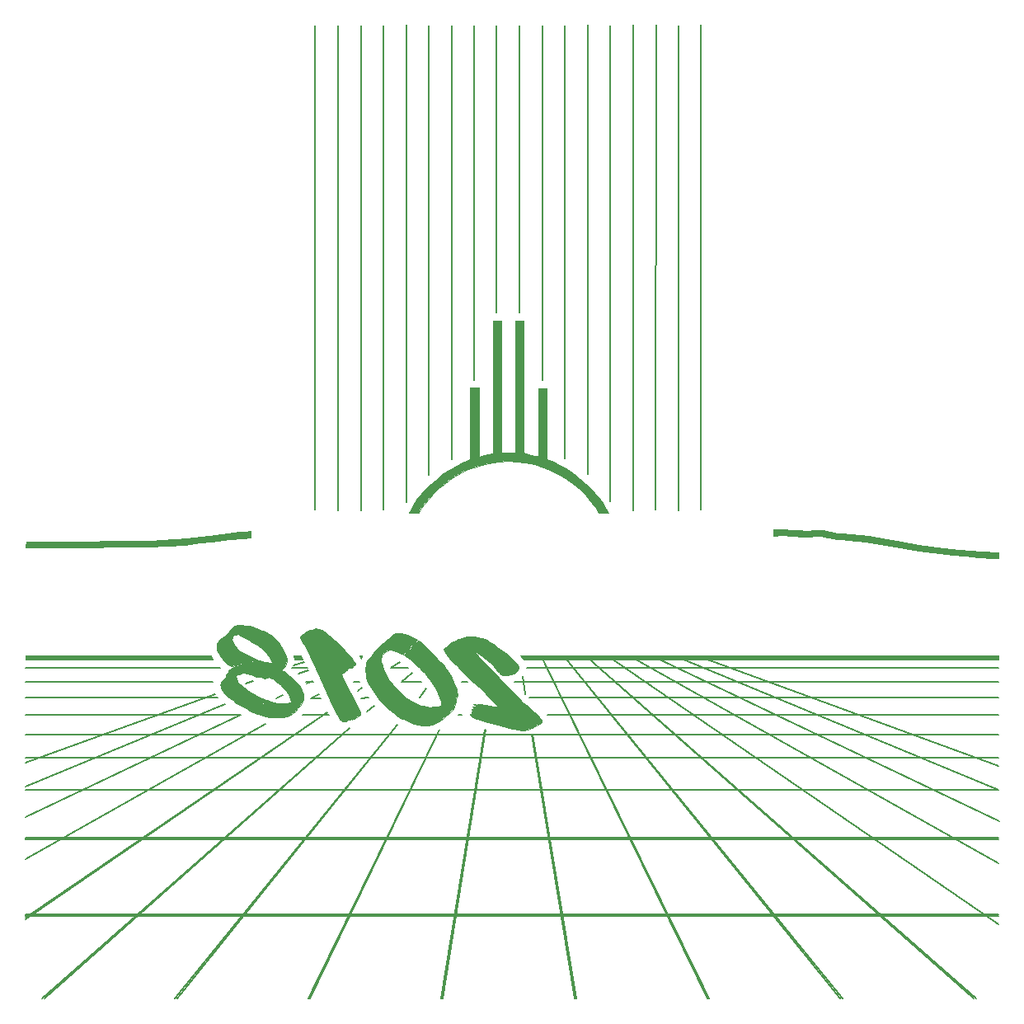
<source format=gbo>
G04 #@! TF.GenerationSoftware,KiCad,Pcbnew,(2017-12-24 revision 570866557)-makepkg*
G04 #@! TF.CreationDate,2017-12-27T22:40:15-07:00*
G04 #@! TF.ProjectId,KeyGridTest1,4B65794772696454657374312E6B6963,rev?*
G04 #@! TF.SameCoordinates,Original*
G04 #@! TF.FileFunction,Legend,Bot*
G04 #@! TF.FilePolarity,Positive*
%FSLAX46Y46*%
G04 Gerber Fmt 4.6, Leading zero omitted, Abs format (unit mm)*
G04 Created by KiCad (PCBNEW (2017-12-24 revision 570866557)-makepkg) date 12/27/17 22:40:15*
%MOMM*%
%LPD*%
G01*
G04 APERTURE LIST*
%ADD10C,0.200000*%
%ADD11C,0.100000*%
G04 APERTURE END LIST*
D10*
X125650000Y-43950000D02*
X125650000Y-93700000D01*
X128000000Y-93750000D02*
X128000000Y-43950000D01*
X130350000Y-43950000D02*
X130350000Y-93750000D01*
X132650000Y-93700000D02*
X132650000Y-43950000D01*
X135000000Y-43900000D02*
X135000000Y-92900000D01*
X137350000Y-90150000D02*
X137350000Y-43950000D01*
X139650000Y-43950000D02*
X139650000Y-88550000D01*
X142000000Y-80350000D02*
X142000000Y-43950000D01*
X144300000Y-43950000D02*
X144300000Y-73450000D01*
X146650000Y-73450000D02*
X146650000Y-43950000D01*
X149000000Y-43950000D02*
X149000000Y-80350000D01*
X151300000Y-88450000D02*
X151300000Y-43950000D01*
X153650000Y-43900000D02*
X153650000Y-90050000D01*
X155950000Y-92850000D02*
X155950000Y-43950000D01*
X158300000Y-43900000D02*
X158300000Y-93750000D01*
X160650000Y-43900000D02*
X160600000Y-93700000D01*
X162950000Y-93750000D02*
X162950000Y-43950000D01*
X165300000Y-43900000D02*
X165300000Y-93700000D01*
X147400000Y-109950000D02*
X195850000Y-109950000D01*
X195850000Y-114750000D02*
X149550000Y-114750000D01*
X147650000Y-113000000D02*
X195850000Y-113000000D01*
X146100000Y-111400000D02*
X195850000Y-111400000D01*
X147250000Y-112600000D02*
X146950000Y-110800000D01*
X140750000Y-111400000D02*
X141300000Y-111400000D01*
X140350000Y-114750000D02*
X140750000Y-114750000D01*
X133450000Y-109950000D02*
X134400000Y-109300000D01*
X133450000Y-109950000D02*
X135200000Y-109950000D01*
X134500000Y-111400000D02*
X135600000Y-110400000D01*
X134500000Y-111400000D02*
X136550000Y-111400000D01*
X136400000Y-112950000D02*
X137100000Y-112050000D01*
X129600000Y-111400000D02*
X130200000Y-111400000D01*
X130050000Y-112300000D02*
X130500000Y-112000000D01*
X130400000Y-113050000D02*
X131150000Y-113000000D01*
X131000000Y-114400000D02*
X131700000Y-113850000D01*
X124350000Y-114750000D02*
X127050000Y-114750000D01*
X125200000Y-113050000D02*
X126250000Y-113050000D01*
X125200000Y-113050000D02*
X126050000Y-112600000D01*
X124700000Y-111400000D02*
X125500000Y-111400000D01*
X123300000Y-109950000D02*
X124850000Y-109950000D01*
X124750000Y-111550000D02*
X125400000Y-111250000D01*
X123950000Y-110550000D02*
X124950000Y-110150000D01*
X123450000Y-109700000D02*
X124500000Y-109300000D01*
X121650000Y-113050000D02*
X122350000Y-112700000D01*
X118550000Y-111500000D02*
X119250000Y-111250000D01*
X95900000Y-119700000D02*
X115400000Y-112600000D01*
X95950000Y-122100000D02*
X116450000Y-113650000D01*
X95900000Y-125250000D02*
X118050000Y-114750000D01*
X95900000Y-129550000D02*
X120550000Y-115700000D01*
X126900000Y-114500000D02*
X95900000Y-135550000D01*
X95900000Y-135750000D02*
X126900000Y-114500000D01*
X129200000Y-116100000D02*
X97600000Y-143850000D01*
X97900000Y-143850000D02*
X129200000Y-116100000D01*
X134100000Y-115800000D02*
X111250000Y-143850000D01*
X111500000Y-143850000D02*
X134100000Y-115800000D01*
X138400000Y-116300000D02*
X124950000Y-143850000D01*
X125150000Y-143850000D02*
X138400000Y-116300000D01*
X143100000Y-116300000D02*
X138600000Y-143850000D01*
X143150000Y-116300000D02*
X143100000Y-116300000D01*
X138800000Y-143850000D02*
X143150000Y-116300000D01*
X147900000Y-116750000D02*
X152300000Y-143850000D01*
X148000000Y-116750000D02*
X147900000Y-116750000D01*
X152500000Y-143850000D02*
X148000000Y-116750000D01*
X148950000Y-108850000D02*
X165900000Y-143850000D01*
X166100000Y-143850000D02*
X148950000Y-108850000D01*
X151200000Y-108750000D02*
X179550000Y-143900000D01*
X179800000Y-143900000D02*
X151200000Y-108750000D01*
X153550000Y-108800000D02*
X193250000Y-143900000D01*
X193500000Y-143900000D02*
X153550000Y-108800000D01*
X195850000Y-120000000D02*
X165300000Y-108850000D01*
X195850000Y-122450000D02*
X162850000Y-108850000D01*
X195900000Y-125650000D02*
X160650000Y-108900000D01*
X195850000Y-130000000D02*
X158150000Y-108800000D01*
X195850000Y-136250000D02*
X155850000Y-108800000D01*
X95950000Y-135450000D02*
X195850000Y-135450000D01*
X95950000Y-135250000D02*
X95950000Y-135450000D01*
X195850000Y-135250000D02*
X95950000Y-135250000D01*
X95950000Y-127500000D02*
X195850000Y-127500000D01*
X95950000Y-127350000D02*
X95950000Y-127500000D01*
X195850000Y-127400000D02*
X95950000Y-127350000D01*
X95950000Y-122450000D02*
X195850000Y-122450000D01*
X195850000Y-119150000D02*
X95950000Y-119150000D01*
X95950000Y-116750000D02*
X195800000Y-116750000D01*
X95950000Y-114750000D02*
X118050000Y-114750000D01*
X95950000Y-113000000D02*
X115650000Y-113000000D01*
X95950000Y-111400000D02*
X115150000Y-111400000D01*
X95950000Y-109950000D02*
X115900000Y-109950000D01*
D11*
G36*
X118593796Y-105599656D02*
X118891780Y-105649320D01*
X118892929Y-105649497D01*
X119237541Y-105698727D01*
X119631359Y-105846409D01*
X119979811Y-105995746D01*
X120528463Y-106245133D01*
X120825512Y-106393658D01*
X121219932Y-106640170D01*
X121663984Y-107034883D01*
X121910767Y-107331022D01*
X122206735Y-107725647D01*
X122454357Y-108270415D01*
X122652547Y-108716342D01*
X122750000Y-109106155D01*
X122750000Y-109203027D01*
X121227230Y-109298200D01*
X120942875Y-108824275D01*
X120940000Y-108820000D01*
X120640000Y-108420000D01*
X120635355Y-108414645D01*
X120235355Y-108014645D01*
X120231662Y-108011302D01*
X119681662Y-107561302D01*
X119674807Y-107556588D01*
X119324807Y-107356588D01*
X119322361Y-107355279D01*
X119067082Y-107227639D01*
X119094721Y-107172361D01*
X119099874Y-107153544D01*
X119097434Y-107134189D01*
X119087773Y-107117240D01*
X119069696Y-107104043D01*
X118371047Y-106804622D01*
X117975149Y-106606673D01*
X117827735Y-106508397D01*
X117800000Y-106500000D01*
X117600000Y-106500000D01*
X117587873Y-106501493D01*
X117387873Y-106551493D01*
X117372265Y-106558397D01*
X117222265Y-106658397D01*
X117205279Y-106677639D01*
X117155279Y-106777639D01*
X117151493Y-106787873D01*
X117101493Y-106987873D01*
X117102566Y-107015811D01*
X117152566Y-107165811D01*
X117155279Y-107172361D01*
X117355279Y-107572361D01*
X117360000Y-107580000D01*
X117660000Y-107980000D01*
X117664645Y-107985355D01*
X117914645Y-108235355D01*
X117925193Y-108243412D01*
X118275193Y-108443412D01*
X118277639Y-108444721D01*
X119077639Y-108844721D01*
X119080304Y-108845957D01*
X119430304Y-108995957D01*
X119431430Y-108996424D01*
X119681430Y-109096424D01*
X119684189Y-109097434D01*
X119818796Y-109142303D01*
X117106023Y-109797110D01*
X116827551Y-109657874D01*
X116533749Y-109413039D01*
X115988859Y-108868149D01*
X115696406Y-108429470D01*
X115598796Y-108039029D01*
X115550826Y-107799181D01*
X115598084Y-107515635D01*
X115742352Y-107227098D01*
X115936106Y-106984907D01*
X116282309Y-106688161D01*
X116582009Y-106438411D01*
X116585355Y-106435355D01*
X116835355Y-106185355D01*
X116841603Y-106177735D01*
X116938859Y-106031851D01*
X117231851Y-105738859D01*
X117370530Y-105646406D01*
X117756155Y-105550000D01*
X117997924Y-105550000D01*
X118593796Y-105599656D01*
X118593796Y-105599656D01*
G37*
X118593796Y-105599656D02*
X118891780Y-105649320D01*
X118892929Y-105649497D01*
X119237541Y-105698727D01*
X119631359Y-105846409D01*
X119979811Y-105995746D01*
X120528463Y-106245133D01*
X120825512Y-106393658D01*
X121219932Y-106640170D01*
X121663984Y-107034883D01*
X121910767Y-107331022D01*
X122206735Y-107725647D01*
X122454357Y-108270415D01*
X122652547Y-108716342D01*
X122750000Y-109106155D01*
X122750000Y-109203027D01*
X121227230Y-109298200D01*
X120942875Y-108824275D01*
X120940000Y-108820000D01*
X120640000Y-108420000D01*
X120635355Y-108414645D01*
X120235355Y-108014645D01*
X120231662Y-108011302D01*
X119681662Y-107561302D01*
X119674807Y-107556588D01*
X119324807Y-107356588D01*
X119322361Y-107355279D01*
X119067082Y-107227639D01*
X119094721Y-107172361D01*
X119099874Y-107153544D01*
X119097434Y-107134189D01*
X119087773Y-107117240D01*
X119069696Y-107104043D01*
X118371047Y-106804622D01*
X117975149Y-106606673D01*
X117827735Y-106508397D01*
X117800000Y-106500000D01*
X117600000Y-106500000D01*
X117587873Y-106501493D01*
X117387873Y-106551493D01*
X117372265Y-106558397D01*
X117222265Y-106658397D01*
X117205279Y-106677639D01*
X117155279Y-106777639D01*
X117151493Y-106787873D01*
X117101493Y-106987873D01*
X117102566Y-107015811D01*
X117152566Y-107165811D01*
X117155279Y-107172361D01*
X117355279Y-107572361D01*
X117360000Y-107580000D01*
X117660000Y-107980000D01*
X117664645Y-107985355D01*
X117914645Y-108235355D01*
X117925193Y-108243412D01*
X118275193Y-108443412D01*
X118277639Y-108444721D01*
X119077639Y-108844721D01*
X119080304Y-108845957D01*
X119430304Y-108995957D01*
X119431430Y-108996424D01*
X119681430Y-109096424D01*
X119684189Y-109097434D01*
X119818796Y-109142303D01*
X117106023Y-109797110D01*
X116827551Y-109657874D01*
X116533749Y-109413039D01*
X115988859Y-108868149D01*
X115696406Y-108429470D01*
X115598796Y-108039029D01*
X115550826Y-107799181D01*
X115598084Y-107515635D01*
X115742352Y-107227098D01*
X115936106Y-106984907D01*
X116282309Y-106688161D01*
X116582009Y-106438411D01*
X116585355Y-106435355D01*
X116835355Y-106185355D01*
X116841603Y-106177735D01*
X116938859Y-106031851D01*
X117231851Y-105738859D01*
X117370530Y-105646406D01*
X117756155Y-105550000D01*
X117997924Y-105550000D01*
X118593796Y-105599656D01*
G36*
X120186264Y-109248076D02*
X120190194Y-109249029D01*
X120440194Y-109299029D01*
X120441780Y-109299320D01*
X120740994Y-109349189D01*
X120990194Y-109399029D01*
X121000000Y-109400000D01*
X121200000Y-109400000D01*
X121204667Y-109399782D01*
X122750000Y-109254907D01*
X122750000Y-109290370D01*
X122654346Y-109529505D01*
X122556141Y-109725915D01*
X122410290Y-109969000D01*
X122264645Y-110114645D01*
X122253806Y-110130866D01*
X122250000Y-110150000D01*
X122253806Y-110169134D01*
X122264645Y-110185355D01*
X122364645Y-110285355D01*
X122377639Y-110294721D01*
X122572902Y-110392352D01*
X122818375Y-110588731D01*
X123416251Y-111086961D01*
X123812685Y-111483395D01*
X124010465Y-111730620D01*
X124157296Y-111926394D01*
X124304346Y-112220495D01*
X124402317Y-112465422D01*
X124450000Y-112656155D01*
X124450000Y-113143845D01*
X124402824Y-113332549D01*
X124306141Y-113525915D01*
X124160290Y-113769000D01*
X123814645Y-114114645D01*
X123803806Y-114130866D01*
X123800000Y-114150000D01*
X123800000Y-114229290D01*
X123717160Y-114312130D01*
X123321116Y-114609163D01*
X123027834Y-114804684D01*
X122736636Y-114901750D01*
X122291793Y-115000604D01*
X121847232Y-115050000D01*
X121403114Y-115050000D01*
X121008539Y-115000678D01*
X120562621Y-114901585D01*
X120064367Y-114752109D01*
X120063736Y-114751924D01*
X119445442Y-114575268D01*
X120761418Y-113259292D01*
X121080304Y-113395957D01*
X121092929Y-113399497D01*
X121439546Y-113449014D01*
X121786264Y-113548076D01*
X121795848Y-113549827D01*
X122395848Y-113599827D01*
X122400000Y-113600000D01*
X122750000Y-113600000D01*
X122765811Y-113597434D01*
X123065811Y-113497434D01*
X123082760Y-113487773D01*
X123094721Y-113472361D01*
X123144721Y-113372361D01*
X123149874Y-113353544D01*
X123148507Y-113337873D01*
X123098796Y-113139029D01*
X123049029Y-112890194D01*
X123042875Y-112874275D01*
X122892875Y-112624275D01*
X122891603Y-112622265D01*
X122691603Y-112322265D01*
X122688411Y-112317991D01*
X122438411Y-112017991D01*
X122435355Y-112014645D01*
X122085355Y-111664645D01*
X122080000Y-111660000D01*
X121880000Y-111510000D01*
X121877735Y-111508397D01*
X121579953Y-111309876D01*
X121282009Y-111061589D01*
X121268570Y-111053576D01*
X121028097Y-110957387D01*
X120985355Y-110914645D01*
X120969134Y-110903806D01*
X120950000Y-110900000D01*
X120937873Y-110901493D01*
X120739029Y-110951204D01*
X120500000Y-110999010D01*
X120009806Y-110900971D01*
X120007071Y-110900503D01*
X119662459Y-110851273D01*
X119267556Y-110703184D01*
X119265811Y-110702566D01*
X118366327Y-110402738D01*
X117672106Y-110154802D01*
X117222201Y-109868499D01*
X119849687Y-109151911D01*
X120186264Y-109248076D01*
X120186264Y-109248076D01*
G37*
X120186264Y-109248076D02*
X120190194Y-109249029D01*
X120440194Y-109299029D01*
X120441780Y-109299320D01*
X120740994Y-109349189D01*
X120990194Y-109399029D01*
X121000000Y-109400000D01*
X121200000Y-109400000D01*
X121204667Y-109399782D01*
X122750000Y-109254907D01*
X122750000Y-109290370D01*
X122654346Y-109529505D01*
X122556141Y-109725915D01*
X122410290Y-109969000D01*
X122264645Y-110114645D01*
X122253806Y-110130866D01*
X122250000Y-110150000D01*
X122253806Y-110169134D01*
X122264645Y-110185355D01*
X122364645Y-110285355D01*
X122377639Y-110294721D01*
X122572902Y-110392352D01*
X122818375Y-110588731D01*
X123416251Y-111086961D01*
X123812685Y-111483395D01*
X124010465Y-111730620D01*
X124157296Y-111926394D01*
X124304346Y-112220495D01*
X124402317Y-112465422D01*
X124450000Y-112656155D01*
X124450000Y-113143845D01*
X124402824Y-113332549D01*
X124306141Y-113525915D01*
X124160290Y-113769000D01*
X123814645Y-114114645D01*
X123803806Y-114130866D01*
X123800000Y-114150000D01*
X123800000Y-114229290D01*
X123717160Y-114312130D01*
X123321116Y-114609163D01*
X123027834Y-114804684D01*
X122736636Y-114901750D01*
X122291793Y-115000604D01*
X121847232Y-115050000D01*
X121403114Y-115050000D01*
X121008539Y-115000678D01*
X120562621Y-114901585D01*
X120064367Y-114752109D01*
X120063736Y-114751924D01*
X119445442Y-114575268D01*
X120761418Y-113259292D01*
X121080304Y-113395957D01*
X121092929Y-113399497D01*
X121439546Y-113449014D01*
X121786264Y-113548076D01*
X121795848Y-113549827D01*
X122395848Y-113599827D01*
X122400000Y-113600000D01*
X122750000Y-113600000D01*
X122765811Y-113597434D01*
X123065811Y-113497434D01*
X123082760Y-113487773D01*
X123094721Y-113472361D01*
X123144721Y-113372361D01*
X123149874Y-113353544D01*
X123148507Y-113337873D01*
X123098796Y-113139029D01*
X123049029Y-112890194D01*
X123042875Y-112874275D01*
X122892875Y-112624275D01*
X122891603Y-112622265D01*
X122691603Y-112322265D01*
X122688411Y-112317991D01*
X122438411Y-112017991D01*
X122435355Y-112014645D01*
X122085355Y-111664645D01*
X122080000Y-111660000D01*
X121880000Y-111510000D01*
X121877735Y-111508397D01*
X121579953Y-111309876D01*
X121282009Y-111061589D01*
X121268570Y-111053576D01*
X121028097Y-110957387D01*
X120985355Y-110914645D01*
X120969134Y-110903806D01*
X120950000Y-110900000D01*
X120937873Y-110901493D01*
X120739029Y-110951204D01*
X120500000Y-110999010D01*
X120009806Y-110900971D01*
X120007071Y-110900503D01*
X119662459Y-110851273D01*
X119267556Y-110703184D01*
X119265811Y-110702566D01*
X118366327Y-110402738D01*
X117672106Y-110154802D01*
X117222201Y-109868499D01*
X119849687Y-109151911D01*
X120186264Y-109248076D01*
G36*
X118228052Y-110444927D02*
X118083800Y-110502628D01*
X117736264Y-110601924D01*
X117714645Y-110614645D01*
X117514645Y-110814645D01*
X117503806Y-110830866D01*
X117500000Y-110850000D01*
X117501493Y-110862127D01*
X117551493Y-111062127D01*
X117553576Y-111068570D01*
X117653576Y-111318570D01*
X117660000Y-111330000D01*
X117810000Y-111530000D01*
X117818765Y-111539043D01*
X118068765Y-111739043D01*
X118077639Y-111744721D01*
X118272902Y-111842352D01*
X118516605Y-112037315D01*
X118664645Y-112185355D01*
X118670938Y-112190687D01*
X119020938Y-112440687D01*
X119027639Y-112444721D01*
X119325915Y-112593859D01*
X119574275Y-112742875D01*
X119575193Y-112743412D01*
X119925193Y-112943412D01*
X119927639Y-112944721D01*
X120227639Y-113094721D01*
X120234189Y-113097434D01*
X120530817Y-113196310D01*
X120670361Y-113266082D01*
X119535333Y-114590281D01*
X119072290Y-114405064D01*
X118575725Y-114107125D01*
X118572361Y-114105279D01*
X118174488Y-113906343D01*
X117776500Y-113657600D01*
X117774807Y-113656588D01*
X117430619Y-113459909D01*
X117235355Y-113264645D01*
X117224807Y-113256588D01*
X116880619Y-113059909D01*
X116685355Y-112864645D01*
X116677735Y-112858397D01*
X116385360Y-112663480D01*
X116140687Y-112320938D01*
X116139043Y-112318765D01*
X115950000Y-112082461D01*
X115950000Y-111900000D01*
X115949029Y-111890194D01*
X115901633Y-111653214D01*
X115947434Y-111515811D01*
X115950000Y-111500000D01*
X115950000Y-111411803D01*
X115980902Y-111350000D01*
X116000000Y-111350000D01*
X116019134Y-111346194D01*
X116035355Y-111335355D01*
X116385355Y-110985355D01*
X116391603Y-110977735D01*
X116491603Y-110827735D01*
X116497434Y-110815811D01*
X116596310Y-110519183D01*
X116637268Y-110437268D01*
X116722361Y-110394721D01*
X116737773Y-110382760D01*
X116749029Y-110359806D01*
X116793339Y-110138258D01*
X116915811Y-110097434D01*
X116935355Y-110085355D01*
X117120710Y-109900000D01*
X117138197Y-109900000D01*
X118228052Y-110444927D01*
X118228052Y-110444927D01*
G37*
X118228052Y-110444927D02*
X118083800Y-110502628D01*
X117736264Y-110601924D01*
X117714645Y-110614645D01*
X117514645Y-110814645D01*
X117503806Y-110830866D01*
X117500000Y-110850000D01*
X117501493Y-110862127D01*
X117551493Y-111062127D01*
X117553576Y-111068570D01*
X117653576Y-111318570D01*
X117660000Y-111330000D01*
X117810000Y-111530000D01*
X117818765Y-111539043D01*
X118068765Y-111739043D01*
X118077639Y-111744721D01*
X118272902Y-111842352D01*
X118516605Y-112037315D01*
X118664645Y-112185355D01*
X118670938Y-112190687D01*
X119020938Y-112440687D01*
X119027639Y-112444721D01*
X119325915Y-112593859D01*
X119574275Y-112742875D01*
X119575193Y-112743412D01*
X119925193Y-112943412D01*
X119927639Y-112944721D01*
X120227639Y-113094721D01*
X120234189Y-113097434D01*
X120530817Y-113196310D01*
X120670361Y-113266082D01*
X119535333Y-114590281D01*
X119072290Y-114405064D01*
X118575725Y-114107125D01*
X118572361Y-114105279D01*
X118174488Y-113906343D01*
X117776500Y-113657600D01*
X117774807Y-113656588D01*
X117430619Y-113459909D01*
X117235355Y-113264645D01*
X117224807Y-113256588D01*
X116880619Y-113059909D01*
X116685355Y-112864645D01*
X116677735Y-112858397D01*
X116385360Y-112663480D01*
X116140687Y-112320938D01*
X116139043Y-112318765D01*
X115950000Y-112082461D01*
X115950000Y-111900000D01*
X115949029Y-111890194D01*
X115901633Y-111653214D01*
X115947434Y-111515811D01*
X115950000Y-111500000D01*
X115950000Y-111411803D01*
X115980902Y-111350000D01*
X116000000Y-111350000D01*
X116019134Y-111346194D01*
X116035355Y-111335355D01*
X116385355Y-110985355D01*
X116391603Y-110977735D01*
X116491603Y-110827735D01*
X116497434Y-110815811D01*
X116596310Y-110519183D01*
X116637268Y-110437268D01*
X116722361Y-110394721D01*
X116737773Y-110382760D01*
X116749029Y-110359806D01*
X116793339Y-110138258D01*
X116915811Y-110097434D01*
X116935355Y-110085355D01*
X117120710Y-109900000D01*
X117138197Y-109900000D01*
X118228052Y-110444927D01*
G36*
X125937873Y-105948507D02*
X125940194Y-105949029D01*
X126433629Y-106047716D01*
X126522449Y-106092126D01*
X126816251Y-106336961D01*
X127114645Y-106635355D01*
X127120000Y-106640000D01*
X127317160Y-106787870D01*
X127614645Y-107085355D01*
X127617460Y-107087963D01*
X127966011Y-107386721D01*
X129062130Y-108482840D01*
X129210000Y-108680000D01*
X129214645Y-108685355D01*
X129358907Y-108829617D01*
X129455279Y-109022361D01*
X129460000Y-109030000D01*
X129609163Y-109228884D01*
X129704684Y-109372166D01*
X129752566Y-109515811D01*
X129755279Y-109522361D01*
X129789162Y-109590128D01*
X129770383Y-109608907D01*
X129577639Y-109705279D01*
X129562227Y-109717240D01*
X129552566Y-109734189D01*
X129550000Y-109750000D01*
X129550000Y-109788197D01*
X129512732Y-109862732D01*
X129438197Y-109900000D01*
X129300000Y-109900000D01*
X129284189Y-109902566D01*
X129134189Y-109952566D01*
X129127639Y-109955279D01*
X129027639Y-110005279D01*
X129014645Y-110014645D01*
X128964645Y-110064645D01*
X128955279Y-110077639D01*
X128908907Y-110170383D01*
X128870383Y-110208907D01*
X128677639Y-110305279D01*
X128662227Y-110317240D01*
X128652566Y-110334189D01*
X128650000Y-110350000D01*
X128650000Y-110388197D01*
X128619099Y-110450000D01*
X128500000Y-110450000D01*
X128477639Y-110455279D01*
X128377639Y-110505279D01*
X128362227Y-110517240D01*
X128352566Y-110534189D01*
X128350126Y-110553544D01*
X128353576Y-110568570D01*
X128453576Y-110818570D01*
X128455279Y-110822361D01*
X129355279Y-112622361D01*
X129355811Y-112623394D01*
X129805532Y-113472867D01*
X130054346Y-113970495D01*
X130253034Y-114467215D01*
X130300000Y-114608113D01*
X130300000Y-114729290D01*
X130270383Y-114758907D01*
X130177639Y-114805279D01*
X130164645Y-114814645D01*
X130017160Y-114962130D01*
X129821116Y-115109163D01*
X129706370Y-115185660D01*
X129685355Y-115164645D01*
X129672361Y-115155279D01*
X129572361Y-115105279D01*
X129553544Y-115100126D01*
X129534189Y-115102566D01*
X129517240Y-115112227D01*
X129505279Y-115127639D01*
X129500000Y-115150000D01*
X129500000Y-115191887D01*
X129463962Y-115300000D01*
X129420710Y-115300000D01*
X129335355Y-115214645D01*
X129319134Y-115203806D01*
X129300000Y-115200000D01*
X129280866Y-115203806D01*
X129264645Y-115214645D01*
X129253806Y-115230866D01*
X129250000Y-115250000D01*
X129250000Y-115300000D01*
X129161803Y-115300000D01*
X129072361Y-115255279D01*
X129053544Y-115250126D01*
X129027639Y-115255279D01*
X128927639Y-115305279D01*
X128908397Y-115322265D01*
X128823240Y-115450000D01*
X128656155Y-115450000D01*
X128470530Y-115403594D01*
X128327735Y-115308397D01*
X128315811Y-115302566D01*
X128177009Y-115256299D01*
X128141921Y-115221211D01*
X127945691Y-114779693D01*
X127944721Y-114777639D01*
X127594993Y-114078183D01*
X127195533Y-113229331D01*
X126845808Y-112429959D01*
X126845309Y-112428856D01*
X125795309Y-110178856D01*
X125795076Y-110178363D01*
X125195028Y-108928263D01*
X124495028Y-107478263D01*
X124493895Y-107476057D01*
X124194315Y-106926827D01*
X124150000Y-106838197D01*
X124150000Y-106711803D01*
X124189810Y-106632183D01*
X124427098Y-106442352D01*
X124822361Y-106244721D01*
X124827735Y-106241603D01*
X125118806Y-106047556D01*
X125408220Y-105999320D01*
X125413736Y-105998076D01*
X125750862Y-105901754D01*
X125937873Y-105948507D01*
X125937873Y-105948507D01*
G37*
X125937873Y-105948507D02*
X125940194Y-105949029D01*
X126433629Y-106047716D01*
X126522449Y-106092126D01*
X126816251Y-106336961D01*
X127114645Y-106635355D01*
X127120000Y-106640000D01*
X127317160Y-106787870D01*
X127614645Y-107085355D01*
X127617460Y-107087963D01*
X127966011Y-107386721D01*
X129062130Y-108482840D01*
X129210000Y-108680000D01*
X129214645Y-108685355D01*
X129358907Y-108829617D01*
X129455279Y-109022361D01*
X129460000Y-109030000D01*
X129609163Y-109228884D01*
X129704684Y-109372166D01*
X129752566Y-109515811D01*
X129755279Y-109522361D01*
X129789162Y-109590128D01*
X129770383Y-109608907D01*
X129577639Y-109705279D01*
X129562227Y-109717240D01*
X129552566Y-109734189D01*
X129550000Y-109750000D01*
X129550000Y-109788197D01*
X129512732Y-109862732D01*
X129438197Y-109900000D01*
X129300000Y-109900000D01*
X129284189Y-109902566D01*
X129134189Y-109952566D01*
X129127639Y-109955279D01*
X129027639Y-110005279D01*
X129014645Y-110014645D01*
X128964645Y-110064645D01*
X128955279Y-110077639D01*
X128908907Y-110170383D01*
X128870383Y-110208907D01*
X128677639Y-110305279D01*
X128662227Y-110317240D01*
X128652566Y-110334189D01*
X128650000Y-110350000D01*
X128650000Y-110388197D01*
X128619099Y-110450000D01*
X128500000Y-110450000D01*
X128477639Y-110455279D01*
X128377639Y-110505279D01*
X128362227Y-110517240D01*
X128352566Y-110534189D01*
X128350126Y-110553544D01*
X128353576Y-110568570D01*
X128453576Y-110818570D01*
X128455279Y-110822361D01*
X129355279Y-112622361D01*
X129355811Y-112623394D01*
X129805532Y-113472867D01*
X130054346Y-113970495D01*
X130253034Y-114467215D01*
X130300000Y-114608113D01*
X130300000Y-114729290D01*
X130270383Y-114758907D01*
X130177639Y-114805279D01*
X130164645Y-114814645D01*
X130017160Y-114962130D01*
X129821116Y-115109163D01*
X129706370Y-115185660D01*
X129685355Y-115164645D01*
X129672361Y-115155279D01*
X129572361Y-115105279D01*
X129553544Y-115100126D01*
X129534189Y-115102566D01*
X129517240Y-115112227D01*
X129505279Y-115127639D01*
X129500000Y-115150000D01*
X129500000Y-115191887D01*
X129463962Y-115300000D01*
X129420710Y-115300000D01*
X129335355Y-115214645D01*
X129319134Y-115203806D01*
X129300000Y-115200000D01*
X129280866Y-115203806D01*
X129264645Y-115214645D01*
X129253806Y-115230866D01*
X129250000Y-115250000D01*
X129250000Y-115300000D01*
X129161803Y-115300000D01*
X129072361Y-115255279D01*
X129053544Y-115250126D01*
X129027639Y-115255279D01*
X128927639Y-115305279D01*
X128908397Y-115322265D01*
X128823240Y-115450000D01*
X128656155Y-115450000D01*
X128470530Y-115403594D01*
X128327735Y-115308397D01*
X128315811Y-115302566D01*
X128177009Y-115256299D01*
X128141921Y-115221211D01*
X127945691Y-114779693D01*
X127944721Y-114777639D01*
X127594993Y-114078183D01*
X127195533Y-113229331D01*
X126845808Y-112429959D01*
X126845309Y-112428856D01*
X125795309Y-110178856D01*
X125795076Y-110178363D01*
X125195028Y-108928263D01*
X124495028Y-107478263D01*
X124493895Y-107476057D01*
X124194315Y-106926827D01*
X124150000Y-106838197D01*
X124150000Y-106711803D01*
X124189810Y-106632183D01*
X124427098Y-106442352D01*
X124822361Y-106244721D01*
X124827735Y-106241603D01*
X125118806Y-106047556D01*
X125408220Y-105999320D01*
X125413736Y-105998076D01*
X125750862Y-105901754D01*
X125937873Y-105948507D01*
G36*
X134337873Y-106398507D02*
X134350000Y-106400000D01*
X134545049Y-106400000D01*
X134787144Y-106448419D01*
X135082785Y-106546966D01*
X135329505Y-106645654D01*
X135627639Y-106794721D01*
X135631430Y-106796424D01*
X135878210Y-106895136D01*
X136170216Y-107061997D01*
X134741123Y-108586364D01*
X134525725Y-108457125D01*
X134522361Y-108455279D01*
X134222361Y-108305279D01*
X134215811Y-108302566D01*
X133915811Y-108202566D01*
X133912127Y-108201493D01*
X133717451Y-108152824D01*
X133522361Y-108055279D01*
X133500000Y-108050000D01*
X133350000Y-108050000D01*
X133327639Y-108055279D01*
X132927639Y-108255279D01*
X132920000Y-108260000D01*
X132720000Y-108410000D01*
X132714645Y-108414645D01*
X132514645Y-108614645D01*
X132501493Y-108637873D01*
X132401493Y-109037873D01*
X132400971Y-109059806D01*
X132450971Y-109309806D01*
X132451493Y-109312127D01*
X132551493Y-109712127D01*
X132555279Y-109722361D01*
X132704107Y-110020016D01*
X132853184Y-110417556D01*
X132854043Y-110419696D01*
X133004043Y-110769696D01*
X133007125Y-110775725D01*
X133156141Y-111024085D01*
X133205279Y-111122361D01*
X133211831Y-111132297D01*
X133761699Y-111782141D01*
X134011589Y-112082009D01*
X134014645Y-112085355D01*
X134414645Y-112485355D01*
X134416552Y-112487165D01*
X134916552Y-112937165D01*
X134922265Y-112941603D01*
X135372265Y-113241603D01*
X135373500Y-113242400D01*
X135773500Y-113492400D01*
X135780304Y-113495957D01*
X136480304Y-113795957D01*
X136490194Y-113799029D01*
X136739029Y-113848796D01*
X137137873Y-113948507D01*
X137141780Y-113949320D01*
X137441780Y-113999320D01*
X137456202Y-113999614D01*
X137853114Y-113950000D01*
X138050000Y-113950000D01*
X138059806Y-113949029D01*
X138309806Y-113899029D01*
X138315811Y-113897434D01*
X138465811Y-113847434D01*
X138472361Y-113844721D01*
X138572361Y-113794721D01*
X138587773Y-113782760D01*
X138597434Y-113765811D01*
X138600000Y-113750000D01*
X138600000Y-113650000D01*
X138599320Y-113641780D01*
X138550000Y-113345860D01*
X138550000Y-113250000D01*
X138547434Y-113234189D01*
X138447434Y-112934189D01*
X138441603Y-112922265D01*
X138345316Y-112777834D01*
X138247434Y-112484189D01*
X138244721Y-112477639D01*
X138094721Y-112177639D01*
X138091603Y-112172265D01*
X137892263Y-111873255D01*
X137743859Y-111625915D01*
X137644721Y-111427639D01*
X137638411Y-111417991D01*
X137388411Y-111117991D01*
X137387629Y-111117075D01*
X137040575Y-110720442D01*
X136892875Y-110474275D01*
X136881235Y-110460957D01*
X136635178Y-110264111D01*
X136388411Y-109967991D01*
X136385355Y-109964645D01*
X136085355Y-109664645D01*
X136082540Y-109662037D01*
X135733989Y-109363279D01*
X135485355Y-109114645D01*
X135479062Y-109109313D01*
X135129524Y-108859643D01*
X134930000Y-108710000D01*
X134927735Y-108708397D01*
X134826845Y-108641137D01*
X136259473Y-107113001D01*
X136569381Y-107290091D01*
X137413606Y-108134316D01*
X137812630Y-108583218D01*
X137814645Y-108585355D01*
X138363708Y-109134418D01*
X138809914Y-109630203D01*
X139057600Y-110026500D01*
X139060000Y-110030000D01*
X139507296Y-110626394D01*
X139654622Y-110921047D01*
X139954043Y-111619696D01*
X139955279Y-111622361D01*
X140200835Y-112113473D01*
X140249308Y-112792099D01*
X140153576Y-113031430D01*
X140150000Y-113050000D01*
X140150000Y-113338197D01*
X140005279Y-113627639D01*
X140000971Y-113640194D01*
X139952562Y-113882238D01*
X139759909Y-114219381D01*
X138967423Y-115011867D01*
X138423935Y-115407131D01*
X138129505Y-115554346D01*
X137635691Y-115751872D01*
X137145049Y-115850000D01*
X136752495Y-115850000D01*
X136257407Y-115800491D01*
X135764910Y-115701992D01*
X135421047Y-115554622D01*
X134922361Y-115305279D01*
X134917087Y-115303010D01*
X134374355Y-115105653D01*
X133731401Y-114611073D01*
X133083883Y-114063173D01*
X132238059Y-113217349D01*
X131691420Y-112471932D01*
X131194767Y-111677287D01*
X130996966Y-111182785D01*
X130898859Y-110888465D01*
X130849564Y-110543398D01*
X130800260Y-110148962D01*
X130849251Y-109561062D01*
X130993013Y-109177697D01*
X131235355Y-108935355D01*
X131238411Y-108932009D01*
X131488411Y-108632009D01*
X131489468Y-108630697D01*
X131838368Y-108182112D01*
X132284997Y-107685857D01*
X132627868Y-107391967D01*
X132822361Y-107294721D01*
X132835355Y-107285355D01*
X133120710Y-107000000D01*
X133200000Y-107000000D01*
X133219134Y-106996194D01*
X133239043Y-106981235D01*
X133437315Y-106733395D01*
X133678097Y-106492613D01*
X133914309Y-106398128D01*
X134148781Y-106351234D01*
X134337873Y-106398507D01*
X134337873Y-106398507D01*
G37*
X134337873Y-106398507D02*
X134350000Y-106400000D01*
X134545049Y-106400000D01*
X134787144Y-106448419D01*
X135082785Y-106546966D01*
X135329505Y-106645654D01*
X135627639Y-106794721D01*
X135631430Y-106796424D01*
X135878210Y-106895136D01*
X136170216Y-107061997D01*
X134741123Y-108586364D01*
X134525725Y-108457125D01*
X134522361Y-108455279D01*
X134222361Y-108305279D01*
X134215811Y-108302566D01*
X133915811Y-108202566D01*
X133912127Y-108201493D01*
X133717451Y-108152824D01*
X133522361Y-108055279D01*
X133500000Y-108050000D01*
X133350000Y-108050000D01*
X133327639Y-108055279D01*
X132927639Y-108255279D01*
X132920000Y-108260000D01*
X132720000Y-108410000D01*
X132714645Y-108414645D01*
X132514645Y-108614645D01*
X132501493Y-108637873D01*
X132401493Y-109037873D01*
X132400971Y-109059806D01*
X132450971Y-109309806D01*
X132451493Y-109312127D01*
X132551493Y-109712127D01*
X132555279Y-109722361D01*
X132704107Y-110020016D01*
X132853184Y-110417556D01*
X132854043Y-110419696D01*
X133004043Y-110769696D01*
X133007125Y-110775725D01*
X133156141Y-111024085D01*
X133205279Y-111122361D01*
X133211831Y-111132297D01*
X133761699Y-111782141D01*
X134011589Y-112082009D01*
X134014645Y-112085355D01*
X134414645Y-112485355D01*
X134416552Y-112487165D01*
X134916552Y-112937165D01*
X134922265Y-112941603D01*
X135372265Y-113241603D01*
X135373500Y-113242400D01*
X135773500Y-113492400D01*
X135780304Y-113495957D01*
X136480304Y-113795957D01*
X136490194Y-113799029D01*
X136739029Y-113848796D01*
X137137873Y-113948507D01*
X137141780Y-113949320D01*
X137441780Y-113999320D01*
X137456202Y-113999614D01*
X137853114Y-113950000D01*
X138050000Y-113950000D01*
X138059806Y-113949029D01*
X138309806Y-113899029D01*
X138315811Y-113897434D01*
X138465811Y-113847434D01*
X138472361Y-113844721D01*
X138572361Y-113794721D01*
X138587773Y-113782760D01*
X138597434Y-113765811D01*
X138600000Y-113750000D01*
X138600000Y-113650000D01*
X138599320Y-113641780D01*
X138550000Y-113345860D01*
X138550000Y-113250000D01*
X138547434Y-113234189D01*
X138447434Y-112934189D01*
X138441603Y-112922265D01*
X138345316Y-112777834D01*
X138247434Y-112484189D01*
X138244721Y-112477639D01*
X138094721Y-112177639D01*
X138091603Y-112172265D01*
X137892263Y-111873255D01*
X137743859Y-111625915D01*
X137644721Y-111427639D01*
X137638411Y-111417991D01*
X137388411Y-111117991D01*
X137387629Y-111117075D01*
X137040575Y-110720442D01*
X136892875Y-110474275D01*
X136881235Y-110460957D01*
X136635178Y-110264111D01*
X136388411Y-109967991D01*
X136385355Y-109964645D01*
X136085355Y-109664645D01*
X136082540Y-109662037D01*
X135733989Y-109363279D01*
X135485355Y-109114645D01*
X135479062Y-109109313D01*
X135129524Y-108859643D01*
X134930000Y-108710000D01*
X134927735Y-108708397D01*
X134826845Y-108641137D01*
X136259473Y-107113001D01*
X136569381Y-107290091D01*
X137413606Y-108134316D01*
X137812630Y-108583218D01*
X137814645Y-108585355D01*
X138363708Y-109134418D01*
X138809914Y-109630203D01*
X139057600Y-110026500D01*
X139060000Y-110030000D01*
X139507296Y-110626394D01*
X139654622Y-110921047D01*
X139954043Y-111619696D01*
X139955279Y-111622361D01*
X140200835Y-112113473D01*
X140249308Y-112792099D01*
X140153576Y-113031430D01*
X140150000Y-113050000D01*
X140150000Y-113338197D01*
X140005279Y-113627639D01*
X140000971Y-113640194D01*
X139952562Y-113882238D01*
X139759909Y-114219381D01*
X138967423Y-115011867D01*
X138423935Y-115407131D01*
X138129505Y-115554346D01*
X137635691Y-115751872D01*
X137145049Y-115850000D01*
X136752495Y-115850000D01*
X136257407Y-115800491D01*
X135764910Y-115701992D01*
X135421047Y-115554622D01*
X134922361Y-115305279D01*
X134917087Y-115303010D01*
X134374355Y-115105653D01*
X133731401Y-114611073D01*
X133083883Y-114063173D01*
X132238059Y-113217349D01*
X131691420Y-112471932D01*
X131194767Y-111677287D01*
X130996966Y-111182785D01*
X130898859Y-110888465D01*
X130849564Y-110543398D01*
X130800260Y-110148962D01*
X130849251Y-109561062D01*
X130993013Y-109177697D01*
X131235355Y-108935355D01*
X131238411Y-108932009D01*
X131488411Y-108632009D01*
X131489468Y-108630697D01*
X131838368Y-108182112D01*
X132284997Y-107685857D01*
X132627868Y-107391967D01*
X132822361Y-107294721D01*
X132835355Y-107285355D01*
X133120710Y-107000000D01*
X133200000Y-107000000D01*
X133219134Y-106996194D01*
X133239043Y-106981235D01*
X133437315Y-106733395D01*
X133678097Y-106492613D01*
X133914309Y-106398128D01*
X134148781Y-106351234D01*
X134337873Y-106398507D01*
G36*
X142043421Y-106749577D02*
X142688968Y-106848891D01*
X143178477Y-106995744D01*
X143622265Y-107291603D01*
X143627639Y-107294721D01*
X144022132Y-107491967D01*
X144367460Y-107787963D01*
X144374275Y-107792875D01*
X144621687Y-107941322D01*
X145069303Y-108289468D01*
X145070000Y-108290000D01*
X145467160Y-108587870D01*
X145764645Y-108885355D01*
X145767075Y-108887629D01*
X146164111Y-109235036D01*
X146411589Y-109532009D01*
X146414645Y-109535355D01*
X146504852Y-109625562D01*
X146550000Y-109806155D01*
X146550000Y-109943845D01*
X146503594Y-110129470D01*
X146415762Y-110261218D01*
X146327639Y-110305279D01*
X146314645Y-110314645D01*
X146172992Y-110456299D01*
X146034189Y-110502566D01*
X146031430Y-110503576D01*
X145787408Y-110601185D01*
X145394118Y-110650346D01*
X144955393Y-110699093D01*
X144679819Y-110607235D01*
X144489043Y-110368765D01*
X144485355Y-110364645D01*
X144387315Y-110266605D01*
X144189043Y-110018765D01*
X144185355Y-110014645D01*
X143886961Y-109716251D01*
X143638411Y-109417991D01*
X143632925Y-109412371D01*
X143232925Y-109062371D01*
X143230000Y-109060000D01*
X142830620Y-108760465D01*
X142581235Y-108560957D01*
X142574807Y-108556588D01*
X142224807Y-108356588D01*
X142206306Y-108350399D01*
X142186844Y-108351762D01*
X142169386Y-108360468D01*
X142156588Y-108375193D01*
X142150399Y-108393694D01*
X142151762Y-108413156D01*
X142162630Y-108433218D01*
X142562630Y-108883218D01*
X142563360Y-108884023D01*
X143213360Y-109584023D01*
X143214645Y-109585355D01*
X144163868Y-110534578D01*
X144713142Y-111133786D01*
X144714645Y-111135355D01*
X145364152Y-111784862D01*
X146263702Y-112734387D01*
X146264645Y-112735355D01*
X147064645Y-113535355D01*
X147070000Y-113540000D01*
X147268692Y-113689019D01*
X147617299Y-113987825D01*
X148016971Y-114337538D01*
X148464241Y-114735111D01*
X148762037Y-115082540D01*
X148764645Y-115085355D01*
X148950000Y-115270710D01*
X148950000Y-115343845D01*
X148904852Y-115524438D01*
X148818149Y-115611141D01*
X148674851Y-115706673D01*
X147879984Y-116104106D01*
X147485731Y-116251952D01*
X147044513Y-116350000D01*
X146804140Y-116350000D01*
X146508526Y-116300731D01*
X145959723Y-116200949D01*
X145262725Y-116051592D01*
X144464914Y-115802276D01*
X144462883Y-115801688D01*
X143712883Y-115601688D01*
X143712127Y-115601493D01*
X143114886Y-115452183D01*
X142317556Y-115153184D01*
X142313736Y-115151924D01*
X141968204Y-115053201D01*
X141700000Y-114919099D01*
X141700000Y-114900000D01*
X141696194Y-114880866D01*
X141685355Y-114864645D01*
X141550000Y-114729290D01*
X141550000Y-114720710D01*
X141570710Y-114700000D01*
X141700000Y-114700000D01*
X141719134Y-114696194D01*
X141735355Y-114685355D01*
X141746194Y-114669134D01*
X141750000Y-114650000D01*
X141750000Y-114380902D01*
X141822361Y-114344721D01*
X141837773Y-114332760D01*
X141847434Y-114315811D01*
X141849874Y-114296456D01*
X141844721Y-114277639D01*
X141832760Y-114262227D01*
X141822361Y-114255279D01*
X141750000Y-114219099D01*
X141750000Y-114150000D01*
X141800000Y-114150000D01*
X141812127Y-114148507D01*
X142012127Y-114098507D01*
X142029767Y-114090174D01*
X142042875Y-114075725D01*
X142049455Y-114057359D01*
X142048507Y-114037873D01*
X142040174Y-114020233D01*
X142025725Y-114007125D01*
X142015811Y-114002566D01*
X141865811Y-113952566D01*
X141850000Y-113950000D01*
X141820710Y-113950000D01*
X141810838Y-113940128D01*
X141830902Y-113900000D01*
X141841887Y-113900000D01*
X141984189Y-113947434D01*
X142003544Y-113949874D01*
X142022361Y-113944721D01*
X142035355Y-113935355D01*
X142135355Y-113835355D01*
X142146194Y-113819134D01*
X142150000Y-113800000D01*
X142146194Y-113780866D01*
X142135355Y-113764645D01*
X142115811Y-113752566D01*
X141977009Y-113706299D01*
X141935355Y-113664645D01*
X141926528Y-113658747D01*
X141930902Y-113650000D01*
X142169098Y-113650000D01*
X142205279Y-113722361D01*
X142217240Y-113737773D01*
X142234189Y-113747434D01*
X142253544Y-113749874D01*
X142272361Y-113744721D01*
X142287773Y-113732760D01*
X142297434Y-113715811D01*
X142300000Y-113700000D01*
X142300000Y-113650000D01*
X142646886Y-113650000D01*
X143042433Y-113699443D01*
X143590094Y-113799018D01*
X144039153Y-113898809D01*
X144041780Y-113899320D01*
X144341780Y-113949320D01*
X144361280Y-113948711D01*
X144379062Y-113940687D01*
X144392420Y-113926468D01*
X144399320Y-113908220D01*
X144398711Y-113888720D01*
X144391603Y-113872265D01*
X144291603Y-113722265D01*
X144285355Y-113714645D01*
X142635355Y-112064645D01*
X142633448Y-112062835D01*
X141634418Y-111163708D01*
X141085355Y-110614645D01*
X141082925Y-110612371D01*
X140685077Y-110264254D01*
X140186997Y-109716366D01*
X140185355Y-109714645D01*
X139786961Y-109316251D01*
X139288411Y-108717991D01*
X139285355Y-108714645D01*
X139091093Y-108520383D01*
X138994721Y-108327639D01*
X138991603Y-108322265D01*
X138896406Y-108179470D01*
X138856289Y-108019000D01*
X139081235Y-107839043D01*
X139085355Y-107835355D01*
X139331327Y-107589383D01*
X139726500Y-107342400D01*
X139729062Y-107340687D01*
X140072946Y-107095056D01*
X140365811Y-106997434D01*
X140367556Y-106996816D01*
X140764269Y-106848048D01*
X141208539Y-106749322D01*
X141600346Y-106700346D01*
X142043421Y-106749577D01*
X142043421Y-106749577D01*
G37*
X142043421Y-106749577D02*
X142688968Y-106848891D01*
X143178477Y-106995744D01*
X143622265Y-107291603D01*
X143627639Y-107294721D01*
X144022132Y-107491967D01*
X144367460Y-107787963D01*
X144374275Y-107792875D01*
X144621687Y-107941322D01*
X145069303Y-108289468D01*
X145070000Y-108290000D01*
X145467160Y-108587870D01*
X145764645Y-108885355D01*
X145767075Y-108887629D01*
X146164111Y-109235036D01*
X146411589Y-109532009D01*
X146414645Y-109535355D01*
X146504852Y-109625562D01*
X146550000Y-109806155D01*
X146550000Y-109943845D01*
X146503594Y-110129470D01*
X146415762Y-110261218D01*
X146327639Y-110305279D01*
X146314645Y-110314645D01*
X146172992Y-110456299D01*
X146034189Y-110502566D01*
X146031430Y-110503576D01*
X145787408Y-110601185D01*
X145394118Y-110650346D01*
X144955393Y-110699093D01*
X144679819Y-110607235D01*
X144489043Y-110368765D01*
X144485355Y-110364645D01*
X144387315Y-110266605D01*
X144189043Y-110018765D01*
X144185355Y-110014645D01*
X143886961Y-109716251D01*
X143638411Y-109417991D01*
X143632925Y-109412371D01*
X143232925Y-109062371D01*
X143230000Y-109060000D01*
X142830620Y-108760465D01*
X142581235Y-108560957D01*
X142574807Y-108556588D01*
X142224807Y-108356588D01*
X142206306Y-108350399D01*
X142186844Y-108351762D01*
X142169386Y-108360468D01*
X142156588Y-108375193D01*
X142150399Y-108393694D01*
X142151762Y-108413156D01*
X142162630Y-108433218D01*
X142562630Y-108883218D01*
X142563360Y-108884023D01*
X143213360Y-109584023D01*
X143214645Y-109585355D01*
X144163868Y-110534578D01*
X144713142Y-111133786D01*
X144714645Y-111135355D01*
X145364152Y-111784862D01*
X146263702Y-112734387D01*
X146264645Y-112735355D01*
X147064645Y-113535355D01*
X147070000Y-113540000D01*
X147268692Y-113689019D01*
X147617299Y-113987825D01*
X148016971Y-114337538D01*
X148464241Y-114735111D01*
X148762037Y-115082540D01*
X148764645Y-115085355D01*
X148950000Y-115270710D01*
X148950000Y-115343845D01*
X148904852Y-115524438D01*
X148818149Y-115611141D01*
X148674851Y-115706673D01*
X147879984Y-116104106D01*
X147485731Y-116251952D01*
X147044513Y-116350000D01*
X146804140Y-116350000D01*
X146508526Y-116300731D01*
X145959723Y-116200949D01*
X145262725Y-116051592D01*
X144464914Y-115802276D01*
X144462883Y-115801688D01*
X143712883Y-115601688D01*
X143712127Y-115601493D01*
X143114886Y-115452183D01*
X142317556Y-115153184D01*
X142313736Y-115151924D01*
X141968204Y-115053201D01*
X141700000Y-114919099D01*
X141700000Y-114900000D01*
X141696194Y-114880866D01*
X141685355Y-114864645D01*
X141550000Y-114729290D01*
X141550000Y-114720710D01*
X141570710Y-114700000D01*
X141700000Y-114700000D01*
X141719134Y-114696194D01*
X141735355Y-114685355D01*
X141746194Y-114669134D01*
X141750000Y-114650000D01*
X141750000Y-114380902D01*
X141822361Y-114344721D01*
X141837773Y-114332760D01*
X141847434Y-114315811D01*
X141849874Y-114296456D01*
X141844721Y-114277639D01*
X141832760Y-114262227D01*
X141822361Y-114255279D01*
X141750000Y-114219099D01*
X141750000Y-114150000D01*
X141800000Y-114150000D01*
X141812127Y-114148507D01*
X142012127Y-114098507D01*
X142029767Y-114090174D01*
X142042875Y-114075725D01*
X142049455Y-114057359D01*
X142048507Y-114037873D01*
X142040174Y-114020233D01*
X142025725Y-114007125D01*
X142015811Y-114002566D01*
X141865811Y-113952566D01*
X141850000Y-113950000D01*
X141820710Y-113950000D01*
X141810838Y-113940128D01*
X141830902Y-113900000D01*
X141841887Y-113900000D01*
X141984189Y-113947434D01*
X142003544Y-113949874D01*
X142022361Y-113944721D01*
X142035355Y-113935355D01*
X142135355Y-113835355D01*
X142146194Y-113819134D01*
X142150000Y-113800000D01*
X142146194Y-113780866D01*
X142135355Y-113764645D01*
X142115811Y-113752566D01*
X141977009Y-113706299D01*
X141935355Y-113664645D01*
X141926528Y-113658747D01*
X141930902Y-113650000D01*
X142169098Y-113650000D01*
X142205279Y-113722361D01*
X142217240Y-113737773D01*
X142234189Y-113747434D01*
X142253544Y-113749874D01*
X142272361Y-113744721D01*
X142287773Y-113732760D01*
X142297434Y-113715811D01*
X142300000Y-113700000D01*
X142300000Y-113650000D01*
X142646886Y-113650000D01*
X143042433Y-113699443D01*
X143590094Y-113799018D01*
X144039153Y-113898809D01*
X144041780Y-113899320D01*
X144341780Y-113949320D01*
X144361280Y-113948711D01*
X144379062Y-113940687D01*
X144392420Y-113926468D01*
X144399320Y-113908220D01*
X144398711Y-113888720D01*
X144391603Y-113872265D01*
X144291603Y-113722265D01*
X144285355Y-113714645D01*
X142635355Y-112064645D01*
X142633448Y-112062835D01*
X141634418Y-111163708D01*
X141085355Y-110614645D01*
X141082925Y-110612371D01*
X140685077Y-110264254D01*
X140186997Y-109716366D01*
X140185355Y-109714645D01*
X139786961Y-109316251D01*
X139288411Y-108717991D01*
X139285355Y-108714645D01*
X139091093Y-108520383D01*
X138994721Y-108327639D01*
X138991603Y-108322265D01*
X138896406Y-108179470D01*
X138856289Y-108019000D01*
X139081235Y-107839043D01*
X139085355Y-107835355D01*
X139331327Y-107589383D01*
X139726500Y-107342400D01*
X139729062Y-107340687D01*
X140072946Y-107095056D01*
X140365811Y-106997434D01*
X140367556Y-106996816D01*
X140764269Y-106848048D01*
X141208539Y-106749322D01*
X141600346Y-106700346D01*
X142043421Y-106749577D01*
G36*
X119000000Y-96553223D02*
X118296674Y-96600111D01*
X118294855Y-96600265D01*
X116844855Y-96750265D01*
X116844323Y-96750323D01*
X115094323Y-96950323D01*
X113744478Y-97100306D01*
X113743168Y-97100469D01*
X112295226Y-97300185D01*
X110447372Y-97400069D01*
X108548683Y-97500000D01*
X104150000Y-97500000D01*
X104144478Y-97500306D01*
X103695461Y-97550197D01*
X102998216Y-97600000D01*
X95953699Y-97600000D01*
X95996556Y-97000000D01*
X102600000Y-97000000D01*
X102604527Y-96999795D01*
X103153823Y-96949859D01*
X103953119Y-96899903D01*
X103954527Y-96899795D01*
X104502272Y-96850000D01*
X108800000Y-96850000D01*
X108802378Y-96849943D01*
X109852049Y-96799959D01*
X111201851Y-96749966D01*
X111203835Y-96749853D01*
X112503835Y-96649853D01*
X112507071Y-96649497D01*
X113205926Y-96549661D01*
X114754816Y-96399768D01*
X114757603Y-96399419D01*
X116056437Y-96199598D01*
X117954694Y-95999782D01*
X118554152Y-95949827D01*
X118554975Y-95949752D01*
X119000000Y-95905250D01*
X119000000Y-96553223D01*
X119000000Y-96553223D01*
G37*
X119000000Y-96553223D02*
X118296674Y-96600111D01*
X118294855Y-96600265D01*
X116844855Y-96750265D01*
X116844323Y-96750323D01*
X115094323Y-96950323D01*
X113744478Y-97100306D01*
X113743168Y-97100469D01*
X112295226Y-97300185D01*
X110447372Y-97400069D01*
X108548683Y-97500000D01*
X104150000Y-97500000D01*
X104144478Y-97500306D01*
X103695461Y-97550197D01*
X102998216Y-97600000D01*
X95953699Y-97600000D01*
X95996556Y-97000000D01*
X102600000Y-97000000D01*
X102604527Y-96999795D01*
X103153823Y-96949859D01*
X103953119Y-96899903D01*
X103954527Y-96899795D01*
X104502272Y-96850000D01*
X108800000Y-96850000D01*
X108802378Y-96849943D01*
X109852049Y-96799959D01*
X111201851Y-96749966D01*
X111203835Y-96749853D01*
X112503835Y-96649853D01*
X112507071Y-96649497D01*
X113205926Y-96549661D01*
X114754816Y-96399768D01*
X114757603Y-96399419D01*
X116056437Y-96199598D01*
X117954694Y-95999782D01*
X118554152Y-95949827D01*
X118554975Y-95949752D01*
X119000000Y-95905250D01*
X119000000Y-96553223D01*
G36*
X174596256Y-95749860D02*
X175245333Y-95799789D01*
X176144478Y-95899694D01*
X176158220Y-95899320D01*
X176458220Y-95849320D01*
X176465811Y-95847434D01*
X176758113Y-95750000D01*
X177247728Y-95750000D01*
X177792817Y-95799554D01*
X178539459Y-95948882D01*
X179188757Y-96098720D01*
X179195848Y-96099827D01*
X179795848Y-96149827D01*
X179797064Y-96149914D01*
X180646046Y-96199854D01*
X181644572Y-96299707D01*
X182492968Y-96399518D01*
X184291780Y-96699320D01*
X184292038Y-96699362D01*
X185841113Y-96949213D01*
X187590194Y-97299029D01*
X187593304Y-97299550D01*
X189443304Y-97549550D01*
X189444711Y-97549719D01*
X191794711Y-97799719D01*
X191795848Y-97799827D01*
X192995848Y-97899827D01*
X192997622Y-97899943D01*
X194047370Y-97949931D01*
X195800000Y-98047299D01*
X195800000Y-98650000D01*
X195301607Y-98650000D01*
X193753436Y-98550118D01*
X192353828Y-98450146D01*
X191154938Y-98350239D01*
X189856173Y-98200381D01*
X187607705Y-97900585D01*
X186208790Y-97650779D01*
X186208220Y-97650680D01*
X184708782Y-97400774D01*
X183659356Y-97200883D01*
X183658220Y-97200680D01*
X182158220Y-96950680D01*
X182152936Y-96950086D01*
X181304075Y-96900153D01*
X180355234Y-96800275D01*
X180353835Y-96800147D01*
X179704398Y-96750190D01*
X179207110Y-96700462D01*
X178409486Y-96550907D01*
X177909806Y-96450971D01*
X177908220Y-96450680D01*
X177609006Y-96400811D01*
X177359806Y-96350971D01*
X177350000Y-96350000D01*
X177050000Y-96350000D01*
X177037873Y-96351493D01*
X176839029Y-96401204D01*
X176590194Y-96450971D01*
X176587873Y-96451493D01*
X176393845Y-96500000D01*
X175852076Y-96500000D01*
X174654590Y-96400210D01*
X173654975Y-96300248D01*
X173647503Y-96300062D01*
X172700000Y-96347437D01*
X172700000Y-95700000D01*
X173898216Y-95700000D01*
X174596256Y-95749860D01*
X174596256Y-95749860D01*
G37*
X174596256Y-95749860D02*
X175245333Y-95799789D01*
X176144478Y-95899694D01*
X176158220Y-95899320D01*
X176458220Y-95849320D01*
X176465811Y-95847434D01*
X176758113Y-95750000D01*
X177247728Y-95750000D01*
X177792817Y-95799554D01*
X178539459Y-95948882D01*
X179188757Y-96098720D01*
X179195848Y-96099827D01*
X179795848Y-96149827D01*
X179797064Y-96149914D01*
X180646046Y-96199854D01*
X181644572Y-96299707D01*
X182492968Y-96399518D01*
X184291780Y-96699320D01*
X184292038Y-96699362D01*
X185841113Y-96949213D01*
X187590194Y-97299029D01*
X187593304Y-97299550D01*
X189443304Y-97549550D01*
X189444711Y-97549719D01*
X191794711Y-97799719D01*
X191795848Y-97799827D01*
X192995848Y-97899827D01*
X192997622Y-97899943D01*
X194047370Y-97949931D01*
X195800000Y-98047299D01*
X195800000Y-98650000D01*
X195301607Y-98650000D01*
X193753436Y-98550118D01*
X192353828Y-98450146D01*
X191154938Y-98350239D01*
X189856173Y-98200381D01*
X187607705Y-97900585D01*
X186208790Y-97650779D01*
X186208220Y-97650680D01*
X184708782Y-97400774D01*
X183659356Y-97200883D01*
X183658220Y-97200680D01*
X182158220Y-96950680D01*
X182152936Y-96950086D01*
X181304075Y-96900153D01*
X180355234Y-96800275D01*
X180353835Y-96800147D01*
X179704398Y-96750190D01*
X179207110Y-96700462D01*
X178409486Y-96550907D01*
X177909806Y-96450971D01*
X177908220Y-96450680D01*
X177609006Y-96400811D01*
X177359806Y-96350971D01*
X177350000Y-96350000D01*
X177050000Y-96350000D01*
X177037873Y-96351493D01*
X176839029Y-96401204D01*
X176590194Y-96450971D01*
X176587873Y-96451493D01*
X176393845Y-96500000D01*
X175852076Y-96500000D01*
X174654590Y-96400210D01*
X173654975Y-96300248D01*
X173647503Y-96300062D01*
X172700000Y-96347437D01*
X172700000Y-95700000D01*
X173898216Y-95700000D01*
X174596256Y-95749860D01*
G36*
X195800000Y-109050000D02*
X147072453Y-109050000D01*
X146761342Y-108700000D01*
X195800000Y-108700000D01*
X195800000Y-109050000D01*
X195800000Y-109050000D01*
G37*
X195800000Y-109050000D02*
X147072453Y-109050000D01*
X146761342Y-108700000D01*
X195800000Y-108700000D01*
X195800000Y-109050000D01*
G36*
X115165024Y-109050000D02*
X95950000Y-109050000D01*
X95950000Y-108700000D01*
X114970580Y-108700000D01*
X115165024Y-109050000D01*
X115165024Y-109050000D01*
G37*
X115165024Y-109050000D02*
X95950000Y-109050000D01*
X95950000Y-108700000D01*
X114970580Y-108700000D01*
X115165024Y-109050000D01*
G36*
X124373061Y-109050000D02*
X123540108Y-109050000D01*
X123462331Y-108700000D01*
X124217506Y-108700000D01*
X124373061Y-109050000D01*
X124373061Y-109050000D01*
G37*
X124373061Y-109050000D02*
X123540108Y-109050000D01*
X123462331Y-108700000D01*
X124217506Y-108700000D01*
X124373061Y-109050000D01*
G36*
X130338509Y-108976360D02*
X130184976Y-108700000D01*
X130430629Y-108700000D01*
X130338509Y-108976360D01*
X130338509Y-108976360D01*
G37*
X130338509Y-108976360D02*
X130184976Y-108700000D01*
X130430629Y-108700000D01*
X130338509Y-108976360D01*
G36*
X144750000Y-87800000D02*
X144753806Y-87819134D01*
X144764645Y-87835355D01*
X144780866Y-87846194D01*
X144800000Y-87850000D01*
X146150000Y-87850000D01*
X146169134Y-87846194D01*
X146185355Y-87835355D01*
X146196194Y-87819134D01*
X146200000Y-87800000D01*
X146200000Y-74300000D01*
X147100000Y-74300000D01*
X147100000Y-87850000D01*
X147103806Y-87869134D01*
X147114645Y-87885355D01*
X147134189Y-87897434D01*
X147284189Y-87947434D01*
X147291056Y-87949193D01*
X147838629Y-88048752D01*
X148186264Y-88148076D01*
X148191780Y-88149320D01*
X148491780Y-88199320D01*
X148511280Y-88198711D01*
X148529062Y-88190687D01*
X148542420Y-88176468D01*
X148550000Y-88150000D01*
X148550000Y-81200000D01*
X149400000Y-81200000D01*
X149400000Y-88450000D01*
X149403806Y-88469134D01*
X149414645Y-88485355D01*
X149431430Y-88496424D01*
X150178210Y-88795136D01*
X150525193Y-88993412D01*
X150527639Y-88994721D01*
X151125409Y-89293606D01*
X152071052Y-89890854D01*
X153267477Y-90838024D01*
X153913451Y-91434307D01*
X154561194Y-92231530D01*
X154561589Y-92232009D01*
X155058863Y-92828737D01*
X155606652Y-93774919D01*
X155763841Y-94050000D01*
X154780901Y-94050000D01*
X154694721Y-93877639D01*
X154691603Y-93872265D01*
X154391603Y-93422265D01*
X154390000Y-93420000D01*
X153940000Y-92820000D01*
X153938169Y-92817703D01*
X153388169Y-92167703D01*
X153385355Y-92164645D01*
X152785355Y-91564645D01*
X152782540Y-91562037D01*
X152082540Y-90962037D01*
X152080000Y-90960000D01*
X151480000Y-90510000D01*
X151475351Y-90506903D01*
X150625351Y-90006903D01*
X150620953Y-90004602D01*
X149970953Y-89704602D01*
X149969037Y-89703766D01*
X149119037Y-89353766D01*
X149115057Y-89352321D01*
X148165057Y-89052321D01*
X148160847Y-89051191D01*
X147260847Y-88851191D01*
X147255842Y-88850342D01*
X146405842Y-88750342D01*
X146402628Y-88750069D01*
X145452628Y-88700069D01*
X145447503Y-88700062D01*
X144447503Y-88750062D01*
X144440194Y-88750971D01*
X143440194Y-88950971D01*
X143439699Y-88951073D01*
X142489699Y-89151073D01*
X142482913Y-89153010D01*
X141382913Y-89553010D01*
X141379310Y-89554482D01*
X140829310Y-89804482D01*
X140826471Y-89805882D01*
X140076471Y-90205882D01*
X140072265Y-90208397D01*
X139472265Y-90608397D01*
X139470591Y-90609563D01*
X138920591Y-91009563D01*
X138918338Y-91011302D01*
X138368338Y-91461302D01*
X138366366Y-91463003D01*
X137816366Y-91963003D01*
X137813260Y-91966086D01*
X137213260Y-92616086D01*
X137209038Y-92621327D01*
X136509038Y-93621327D01*
X136507600Y-93623500D01*
X136272288Y-94000000D01*
X135286159Y-94000000D01*
X135443412Y-93724807D01*
X135443708Y-93724282D01*
X135692723Y-93276055D01*
X136090837Y-92678884D01*
X136538756Y-92081659D01*
X136936394Y-91634316D01*
X137533149Y-91037561D01*
X137980697Y-90689468D01*
X137983218Y-90687370D01*
X138431983Y-90288468D01*
X138878837Y-89940915D01*
X139425696Y-89592914D01*
X140223457Y-89144173D01*
X140621333Y-88945235D01*
X141520307Y-88545691D01*
X141536246Y-88534441D01*
X141546667Y-88517949D01*
X141550000Y-88500000D01*
X141550000Y-81150000D01*
X142450000Y-81150000D01*
X142450000Y-88200000D01*
X142453806Y-88219134D01*
X142464645Y-88235355D01*
X142480866Y-88246194D01*
X142500000Y-88250000D01*
X142512127Y-88248507D01*
X143110971Y-88098796D01*
X143859806Y-87949029D01*
X143877822Y-87941544D01*
X143891603Y-87927735D01*
X143900000Y-87900000D01*
X143900000Y-74300000D01*
X144750000Y-74300000D01*
X144750000Y-87800000D01*
X144750000Y-87800000D01*
G37*
X144750000Y-87800000D02*
X144753806Y-87819134D01*
X144764645Y-87835355D01*
X144780866Y-87846194D01*
X144800000Y-87850000D01*
X146150000Y-87850000D01*
X146169134Y-87846194D01*
X146185355Y-87835355D01*
X146196194Y-87819134D01*
X146200000Y-87800000D01*
X146200000Y-74300000D01*
X147100000Y-74300000D01*
X147100000Y-87850000D01*
X147103806Y-87869134D01*
X147114645Y-87885355D01*
X147134189Y-87897434D01*
X147284189Y-87947434D01*
X147291056Y-87949193D01*
X147838629Y-88048752D01*
X148186264Y-88148076D01*
X148191780Y-88149320D01*
X148491780Y-88199320D01*
X148511280Y-88198711D01*
X148529062Y-88190687D01*
X148542420Y-88176468D01*
X148550000Y-88150000D01*
X148550000Y-81200000D01*
X149400000Y-81200000D01*
X149400000Y-88450000D01*
X149403806Y-88469134D01*
X149414645Y-88485355D01*
X149431430Y-88496424D01*
X150178210Y-88795136D01*
X150525193Y-88993412D01*
X150527639Y-88994721D01*
X151125409Y-89293606D01*
X152071052Y-89890854D01*
X153267477Y-90838024D01*
X153913451Y-91434307D01*
X154561194Y-92231530D01*
X154561589Y-92232009D01*
X155058863Y-92828737D01*
X155606652Y-93774919D01*
X155763841Y-94050000D01*
X154780901Y-94050000D01*
X154694721Y-93877639D01*
X154691603Y-93872265D01*
X154391603Y-93422265D01*
X154390000Y-93420000D01*
X153940000Y-92820000D01*
X153938169Y-92817703D01*
X153388169Y-92167703D01*
X153385355Y-92164645D01*
X152785355Y-91564645D01*
X152782540Y-91562037D01*
X152082540Y-90962037D01*
X152080000Y-90960000D01*
X151480000Y-90510000D01*
X151475351Y-90506903D01*
X150625351Y-90006903D01*
X150620953Y-90004602D01*
X149970953Y-89704602D01*
X149969037Y-89703766D01*
X149119037Y-89353766D01*
X149115057Y-89352321D01*
X148165057Y-89052321D01*
X148160847Y-89051191D01*
X147260847Y-88851191D01*
X147255842Y-88850342D01*
X146405842Y-88750342D01*
X146402628Y-88750069D01*
X145452628Y-88700069D01*
X145447503Y-88700062D01*
X144447503Y-88750062D01*
X144440194Y-88750971D01*
X143440194Y-88950971D01*
X143439699Y-88951073D01*
X142489699Y-89151073D01*
X142482913Y-89153010D01*
X141382913Y-89553010D01*
X141379310Y-89554482D01*
X140829310Y-89804482D01*
X140826471Y-89805882D01*
X140076471Y-90205882D01*
X140072265Y-90208397D01*
X139472265Y-90608397D01*
X139470591Y-90609563D01*
X138920591Y-91009563D01*
X138918338Y-91011302D01*
X138368338Y-91461302D01*
X138366366Y-91463003D01*
X137816366Y-91963003D01*
X137813260Y-91966086D01*
X137213260Y-92616086D01*
X137209038Y-92621327D01*
X136509038Y-93621327D01*
X136507600Y-93623500D01*
X136272288Y-94000000D01*
X135286159Y-94000000D01*
X135443412Y-93724807D01*
X135443708Y-93724282D01*
X135692723Y-93276055D01*
X136090837Y-92678884D01*
X136538756Y-92081659D01*
X136936394Y-91634316D01*
X137533149Y-91037561D01*
X137980697Y-90689468D01*
X137983218Y-90687370D01*
X138431983Y-90288468D01*
X138878837Y-89940915D01*
X139425696Y-89592914D01*
X140223457Y-89144173D01*
X140621333Y-88945235D01*
X141520307Y-88545691D01*
X141536246Y-88534441D01*
X141546667Y-88517949D01*
X141550000Y-88500000D01*
X141550000Y-81150000D01*
X142450000Y-81150000D01*
X142450000Y-88200000D01*
X142453806Y-88219134D01*
X142464645Y-88235355D01*
X142480866Y-88246194D01*
X142500000Y-88250000D01*
X142512127Y-88248507D01*
X143110971Y-88098796D01*
X143859806Y-87949029D01*
X143877822Y-87941544D01*
X143891603Y-87927735D01*
X143900000Y-87900000D01*
X143900000Y-74300000D01*
X144750000Y-74300000D01*
X144750000Y-87800000D01*
M02*

</source>
